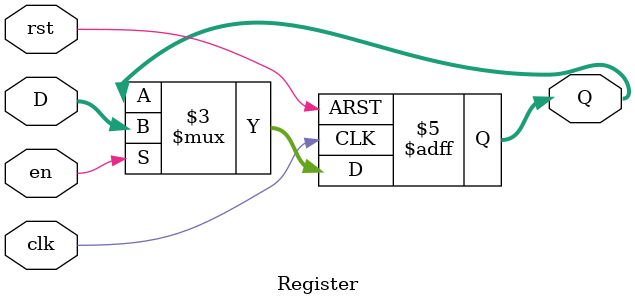
<source format=sv>


/*
* Modulo de los regiustros del procesador
*/
module Register #(parameter N = 8)(input clk, rst, en, 
											  input [N-1:0] D,
											  output logic [N-1:0] Q);
	
	always_ff @(posedge clk or posedge rst) begin
		if (rst) Q = 0;
		else if (en) Q = D;
	end
	
endmodule 
</source>
